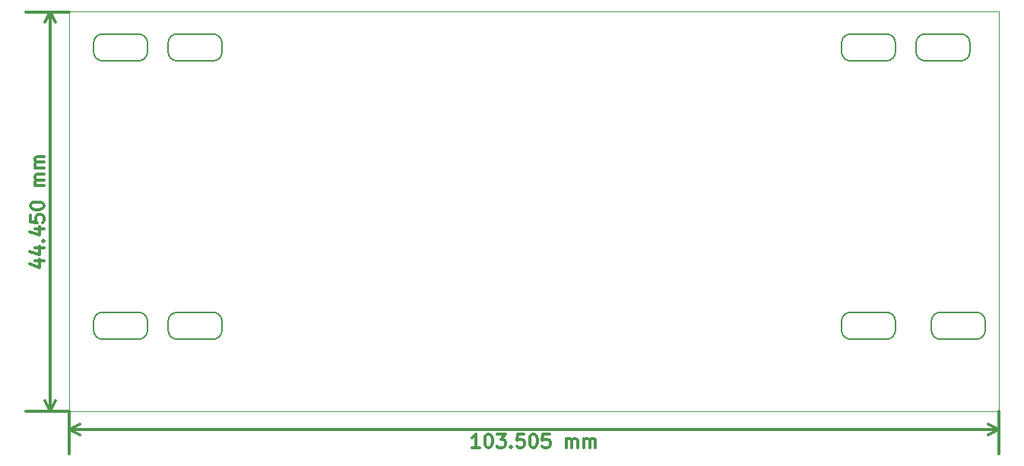
<source format=gbr>
G04 #@! TF.FileFunction,Other,User*
%FSLAX45Y45*%
G04 Gerber Fmt 4.5, Leading zero omitted, Abs format (unit mm)*
G04 Created by KiCad (PCBNEW 4.0.6) date 08/17/17 22:48:44*
%MOMM*%
%LPD*%
G01*
G04 APERTURE LIST*
%ADD10C,0.100000*%
%ADD11C,0.300000*%
%ADD12C,0.200000*%
G04 APERTURE END LIST*
D10*
D11*
X14855107Y-11328057D02*
X14769393Y-11328057D01*
X14812250Y-11328057D02*
X14812250Y-11178057D01*
X14797964Y-11199486D01*
X14783679Y-11213771D01*
X14769393Y-11220914D01*
X14947964Y-11178057D02*
X14962250Y-11178057D01*
X14976536Y-11185200D01*
X14983679Y-11192343D01*
X14990822Y-11206628D01*
X14997964Y-11235200D01*
X14997964Y-11270914D01*
X14990822Y-11299486D01*
X14983679Y-11313771D01*
X14976536Y-11320914D01*
X14962250Y-11328057D01*
X14947964Y-11328057D01*
X14933679Y-11320914D01*
X14926536Y-11313771D01*
X14919393Y-11299486D01*
X14912250Y-11270914D01*
X14912250Y-11235200D01*
X14919393Y-11206628D01*
X14926536Y-11192343D01*
X14933679Y-11185200D01*
X14947964Y-11178057D01*
X15047964Y-11178057D02*
X15140821Y-11178057D01*
X15090821Y-11235200D01*
X15112250Y-11235200D01*
X15126536Y-11242343D01*
X15133679Y-11249486D01*
X15140821Y-11263771D01*
X15140821Y-11299486D01*
X15133679Y-11313771D01*
X15126536Y-11320914D01*
X15112250Y-11328057D01*
X15069393Y-11328057D01*
X15055107Y-11320914D01*
X15047964Y-11313771D01*
X15205107Y-11313771D02*
X15212250Y-11320914D01*
X15205107Y-11328057D01*
X15197964Y-11320914D01*
X15205107Y-11313771D01*
X15205107Y-11328057D01*
X15347964Y-11178057D02*
X15276536Y-11178057D01*
X15269393Y-11249486D01*
X15276536Y-11242343D01*
X15290821Y-11235200D01*
X15326536Y-11235200D01*
X15340821Y-11242343D01*
X15347964Y-11249486D01*
X15355107Y-11263771D01*
X15355107Y-11299486D01*
X15347964Y-11313771D01*
X15340821Y-11320914D01*
X15326536Y-11328057D01*
X15290821Y-11328057D01*
X15276536Y-11320914D01*
X15269393Y-11313771D01*
X15447964Y-11178057D02*
X15462250Y-11178057D01*
X15476536Y-11185200D01*
X15483679Y-11192343D01*
X15490821Y-11206628D01*
X15497964Y-11235200D01*
X15497964Y-11270914D01*
X15490821Y-11299486D01*
X15483679Y-11313771D01*
X15476536Y-11320914D01*
X15462250Y-11328057D01*
X15447964Y-11328057D01*
X15433679Y-11320914D01*
X15426536Y-11313771D01*
X15419393Y-11299486D01*
X15412250Y-11270914D01*
X15412250Y-11235200D01*
X15419393Y-11206628D01*
X15426536Y-11192343D01*
X15433679Y-11185200D01*
X15447964Y-11178057D01*
X15633679Y-11178057D02*
X15562250Y-11178057D01*
X15555107Y-11249486D01*
X15562250Y-11242343D01*
X15576536Y-11235200D01*
X15612250Y-11235200D01*
X15626536Y-11242343D01*
X15633679Y-11249486D01*
X15640821Y-11263771D01*
X15640821Y-11299486D01*
X15633679Y-11313771D01*
X15626536Y-11320914D01*
X15612250Y-11328057D01*
X15576536Y-11328057D01*
X15562250Y-11320914D01*
X15555107Y-11313771D01*
X15819393Y-11328057D02*
X15819393Y-11228057D01*
X15819393Y-11242343D02*
X15826536Y-11235200D01*
X15840821Y-11228057D01*
X15862250Y-11228057D01*
X15876536Y-11235200D01*
X15883678Y-11249486D01*
X15883678Y-11328057D01*
X15883678Y-11249486D02*
X15890821Y-11235200D01*
X15905107Y-11228057D01*
X15926536Y-11228057D01*
X15940821Y-11235200D01*
X15947964Y-11249486D01*
X15947964Y-11328057D01*
X16019393Y-11328057D02*
X16019393Y-11228057D01*
X16019393Y-11242343D02*
X16026536Y-11235200D01*
X16040821Y-11228057D01*
X16062250Y-11228057D01*
X16076536Y-11235200D01*
X16083678Y-11249486D01*
X16083678Y-11328057D01*
X16083678Y-11249486D02*
X16090821Y-11235200D01*
X16105107Y-11228057D01*
X16126536Y-11228057D01*
X16140821Y-11235200D01*
X16147964Y-11249486D01*
X16147964Y-11328057D01*
X10287000Y-11125200D02*
X20637500Y-11125200D01*
X10287000Y-10922000D02*
X10287000Y-11395200D01*
X20637500Y-10922000D02*
X20637500Y-11395200D01*
X20637500Y-11125200D02*
X20524850Y-11183842D01*
X20637500Y-11125200D02*
X20524850Y-11066558D01*
X10287000Y-11125200D02*
X10399650Y-11183842D01*
X10287000Y-11125200D02*
X10399650Y-11066558D01*
X9903957Y-9249500D02*
X10003957Y-9249500D01*
X9846814Y-9285214D02*
X9953957Y-9320929D01*
X9953957Y-9228071D01*
X9903957Y-9106643D02*
X10003957Y-9106643D01*
X9846814Y-9142357D02*
X9953957Y-9178071D01*
X9953957Y-9085214D01*
X9989671Y-9028071D02*
X9996814Y-9020929D01*
X10003957Y-9028071D01*
X9996814Y-9035214D01*
X9989671Y-9028071D01*
X10003957Y-9028071D01*
X9903957Y-8892357D02*
X10003957Y-8892357D01*
X9846814Y-8928071D02*
X9953957Y-8963786D01*
X9953957Y-8870929D01*
X9853957Y-8742357D02*
X9853957Y-8813786D01*
X9925386Y-8820929D01*
X9918243Y-8813786D01*
X9911100Y-8799500D01*
X9911100Y-8763786D01*
X9918243Y-8749500D01*
X9925386Y-8742357D01*
X9939671Y-8735214D01*
X9975386Y-8735214D01*
X9989671Y-8742357D01*
X9996814Y-8749500D01*
X10003957Y-8763786D01*
X10003957Y-8799500D01*
X9996814Y-8813786D01*
X9989671Y-8820929D01*
X9853957Y-8642357D02*
X9853957Y-8628072D01*
X9861100Y-8613786D01*
X9868243Y-8606643D01*
X9882529Y-8599500D01*
X9911100Y-8592357D01*
X9946814Y-8592357D01*
X9975386Y-8599500D01*
X9989671Y-8606643D01*
X9996814Y-8613786D01*
X10003957Y-8628072D01*
X10003957Y-8642357D01*
X9996814Y-8656643D01*
X9989671Y-8663786D01*
X9975386Y-8670929D01*
X9946814Y-8678072D01*
X9911100Y-8678072D01*
X9882529Y-8670929D01*
X9868243Y-8663786D01*
X9861100Y-8656643D01*
X9853957Y-8642357D01*
X10003957Y-8413786D02*
X9903957Y-8413786D01*
X9918243Y-8413786D02*
X9911100Y-8406643D01*
X9903957Y-8392357D01*
X9903957Y-8370929D01*
X9911100Y-8356643D01*
X9925386Y-8349500D01*
X10003957Y-8349500D01*
X9925386Y-8349500D02*
X9911100Y-8342357D01*
X9903957Y-8328071D01*
X9903957Y-8306643D01*
X9911100Y-8292357D01*
X9925386Y-8285214D01*
X10003957Y-8285214D01*
X10003957Y-8213786D02*
X9903957Y-8213786D01*
X9918243Y-8213786D02*
X9911100Y-8206643D01*
X9903957Y-8192357D01*
X9903957Y-8170929D01*
X9911100Y-8156643D01*
X9925386Y-8149500D01*
X10003957Y-8149500D01*
X9925386Y-8149500D02*
X9911100Y-8142357D01*
X9903957Y-8128071D01*
X9903957Y-8106643D01*
X9911100Y-8092357D01*
X9925386Y-8085214D01*
X10003957Y-8085214D01*
X10071100Y-10922000D02*
X10071100Y-6477000D01*
X10287000Y-10922000D02*
X9801100Y-10922000D01*
X10287000Y-6477000D02*
X9801100Y-6477000D01*
X10071100Y-6477000D02*
X10129742Y-6589650D01*
X10071100Y-6477000D02*
X10012458Y-6589650D01*
X10071100Y-10922000D02*
X10129742Y-10809350D01*
X10071100Y-10922000D02*
X10012458Y-10809350D01*
D12*
X10657000Y-6722000D02*
X11057000Y-6722000D01*
X10657000Y-7022000D02*
X11057000Y-7022000D01*
X11157000Y-6822000D02*
G75*
G03X11057000Y-6722000I-100000J0D01*
G01*
X11057000Y-7022000D02*
G75*
G03X11157000Y-6922000I0J100000D01*
G01*
X11157000Y-6922000D02*
X11157000Y-6822000D01*
X10557000Y-6922000D02*
X10557000Y-6822000D01*
X10557000Y-6922000D02*
G75*
G03X10657000Y-7022000I100000J0D01*
G01*
X10657000Y-6722000D02*
G75*
G03X10557000Y-6822000I0J-100000D01*
G01*
X19887000Y-10022000D02*
G75*
G03X19987000Y-10122000I100000J0D01*
G01*
X11057000Y-10122000D02*
G75*
G03X11157000Y-10022000I0J100000D01*
G01*
X20387000Y-10122000D02*
G75*
G03X20487000Y-10022000I0J100000D01*
G01*
X11157000Y-9922000D02*
G75*
G03X11057000Y-9822000I-100000J0D01*
G01*
X20487000Y-9922000D02*
G75*
G03X20387000Y-9822000I-100000J0D01*
G01*
X10557000Y-10022000D02*
G75*
G03X10657000Y-10122000I100000J0D01*
G01*
X10657000Y-9822000D02*
X11057000Y-9822000D01*
X19987000Y-9822000D02*
X20387000Y-9822000D01*
X10557000Y-10022000D02*
X10557000Y-9922000D01*
X19887000Y-10022000D02*
X19887000Y-9922000D01*
X10657000Y-9822000D02*
G75*
G03X10557000Y-9922000I0J-100000D01*
G01*
X19987000Y-9822000D02*
G75*
G03X19887000Y-9922000I0J-100000D01*
G01*
X10657000Y-10122000D02*
X11057000Y-10122000D01*
X19987000Y-10122000D02*
X20387000Y-10122000D01*
X11157000Y-10022000D02*
X11157000Y-9922000D01*
X20487000Y-10022000D02*
X20487000Y-9922000D01*
X19817000Y-7022000D02*
X20217000Y-7022000D01*
X19717000Y-6922000D02*
G75*
G03X19817000Y-7022000I100000J0D01*
G01*
X19717000Y-6922000D02*
X19717000Y-6822000D01*
X19817000Y-6722000D02*
G75*
G03X19717000Y-6822000I0J-100000D01*
G01*
X19817000Y-6722000D02*
X20217000Y-6722000D01*
X20317000Y-6822000D02*
G75*
G03X20217000Y-6722000I-100000J0D01*
G01*
X20317000Y-6922000D02*
X20317000Y-6822000D01*
X20217000Y-7022000D02*
G75*
G03X20317000Y-6922000I0J100000D01*
G01*
X11487000Y-7022000D02*
X11887000Y-7022000D01*
X18987000Y-10122000D02*
X19387000Y-10122000D01*
X11487000Y-10122000D02*
X11887000Y-10122000D01*
X11387000Y-6922000D02*
X11387000Y-6822000D01*
X18887000Y-10022000D02*
X18887000Y-9922000D01*
X11387000Y-10022000D02*
X11387000Y-9922000D01*
X11387000Y-6922000D02*
G75*
G03X11487000Y-7022000I100000J0D01*
G01*
X18887000Y-10022000D02*
G75*
G03X18987000Y-10122000I100000J0D01*
G01*
X11387000Y-10022000D02*
G75*
G03X11487000Y-10122000I100000J0D01*
G01*
X11487000Y-6722000D02*
X11887000Y-6722000D01*
X18987000Y-9822000D02*
X19387000Y-9822000D01*
X11487000Y-9822000D02*
X11887000Y-9822000D01*
X11987000Y-6822000D02*
G75*
G03X11887000Y-6722000I-100000J0D01*
G01*
X19487000Y-9922000D02*
G75*
G03X19387000Y-9822000I-100000J0D01*
G01*
X11987000Y-9922000D02*
G75*
G03X11887000Y-9822000I-100000J0D01*
G01*
X11887000Y-7022000D02*
G75*
G03X11987000Y-6922000I0J100000D01*
G01*
X19387000Y-10122000D02*
G75*
G03X19487000Y-10022000I0J100000D01*
G01*
X11887000Y-10122000D02*
G75*
G03X11987000Y-10022000I0J100000D01*
G01*
X11487000Y-6722000D02*
G75*
G03X11387000Y-6822000I0J-100000D01*
G01*
X18987000Y-9822000D02*
G75*
G03X18887000Y-9922000I0J-100000D01*
G01*
X11487000Y-9822000D02*
G75*
G03X11387000Y-9922000I0J-100000D01*
G01*
X11987000Y-6922000D02*
X11987000Y-6822000D01*
X19487000Y-10022000D02*
X19487000Y-9922000D01*
X11987000Y-10022000D02*
X11987000Y-9922000D01*
X19487000Y-6922000D02*
X19487000Y-6822000D01*
X18887000Y-6922000D02*
X18887000Y-6822000D01*
X18987000Y-6722000D02*
X19387000Y-6722000D01*
X18987000Y-7022000D02*
X19387000Y-7022000D01*
X19487000Y-6822000D02*
G75*
G03X19387000Y-6722000I-100000J0D01*
G01*
X19387000Y-7022000D02*
G75*
G03X19487000Y-6922000I0J100000D01*
G01*
X18987000Y-6722000D02*
G75*
G03X18887000Y-6822000I0J-100000D01*
G01*
X18887000Y-6922000D02*
G75*
G03X18987000Y-7022000I100000J0D01*
G01*
D10*
X10287000Y-6472000D02*
X10287000Y-6622000D01*
X20637000Y-6472000D02*
X10287000Y-6472000D01*
X20637000Y-10922000D02*
X20637000Y-6472000D01*
X10287000Y-10922000D02*
X20637000Y-10922000D01*
X10287000Y-6604000D02*
X10287000Y-10922000D01*
M02*

</source>
